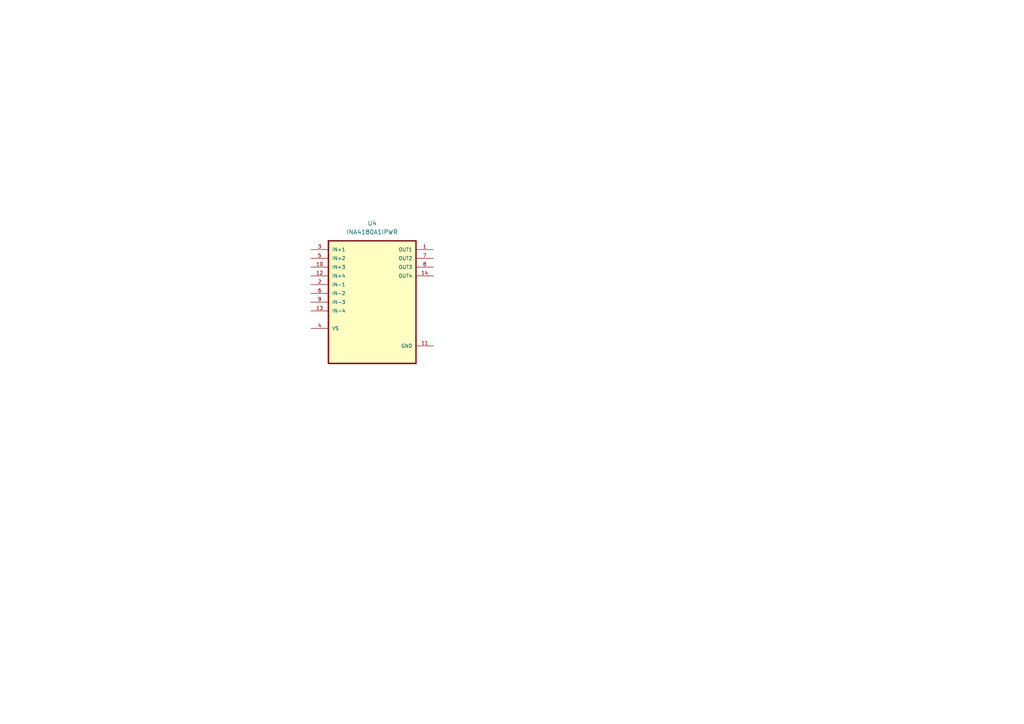
<source format=kicad_sch>
(kicad_sch (version 20231120) (generator "eeschema") (generator_version "8.0")
  (paper "A4")
  (lib_symbols
    (symbol "project_symbols:INA4180A1IPWR" (pin_names (offset 1.016))
      (property "Reference" "U" (at -12.7 18.78 0))
      (property "Value" "INA4180A1IPWR" (at -12.7 -21.78 0))
      (symbol "INA4180A1IPWR_0_0"
        (rectangle (start -12.7 -17.78) (end 12.7 17.78) (stroke (width 0.41)) (fill (type background)))
        (pin output line (at 17.78 15.24 180) (length 5.08) (name "OUT1") (number "1"))
        (pin input line (at -17.78 10.16 0) (length 5.08) (name "IN+3") (number "10"))
        (pin power_in line (at 17.78 -12.7 180) (length 5.08) (name "GND") (number "11"))
        (pin input line (at -17.78 7.62 0) (length 5.08) (name "IN+4") (number "12"))
        (pin input line (at -17.78 -2.54 0) (length 5.08) (name "IN-4") (number "13"))
        (pin output line (at 17.78 7.62 180) (length 5.08) (name "OUT4") (number "14"))
        (pin input line (at -17.78 5.08 0) (length 5.08) (name "IN-1") (number "2"))
        (pin input line (at -17.78 15.24 0) (length 5.08) (name "IN+1") (number "3"))
        (pin bidirectional line (at -17.78 -7.62 0) (length 5.08) (name "VS") (number "4"))
        (pin input line (at -17.78 12.7 0) (length 5.08) (name "IN+2") (number "5"))
        (pin input line (at -17.78 2.54 0) (length 5.08) (name "IN-2") (number "6"))
        (pin output line (at 17.78 12.7 180) (length 5.08) (name "OUT2") (number "7"))
        (pin output line (at 17.78 10.16 180) (length 5.08) (name "OUT3") (number "8"))
        (pin input line (at -17.78 0 0) (length 5.08) (name "IN-3") (number "9"))
      )
    )
  )
  (symbol (lib_id "project_symbols:INA4180A1IPWR") (at 107.95 87.63 0) (unit 1)
    (property "Reference" "U4" (at 107.95 64.77 0))
    (property "Value" "INA4180A1IPWR" (at 107.95 67.31 0))
    (property "Footprint" "INA4180A1IPWR:SOP65P640X120-14N" (effects (hide yes)))
  )
)
</source>
